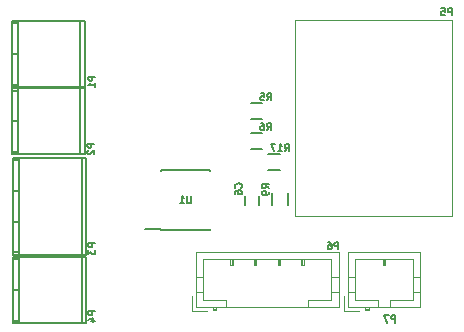
<source format=gbo>
G04 #@! TF.FileFunction,Legend,Bot*
%FSLAX46Y46*%
G04 Gerber Fmt 4.6, Leading zero omitted, Abs format (unit mm)*
G04 Created by KiCad (PCBNEW 4.0.4-1.fc24-product) date Thu Mar  1 09:38:40 2018*
%MOMM*%
%LPD*%
G01*
G04 APERTURE LIST*
%ADD10C,0.100000*%
%ADD11C,0.150000*%
%ADD12C,0.120000*%
G04 APERTURE END LIST*
D10*
D11*
X147000000Y-90975000D02*
X148000000Y-90975000D01*
X148000000Y-89625000D02*
X147000000Y-89625000D01*
X146200000Y-93900000D02*
X146200000Y-93200000D01*
X145000000Y-93200000D02*
X145000000Y-93900000D01*
X147325000Y-92900000D02*
X147325000Y-93900000D01*
X148675000Y-93900000D02*
X148675000Y-92900000D01*
X137925000Y-96075000D02*
X137925000Y-95930000D01*
X142075000Y-96075000D02*
X142075000Y-95930000D01*
X142075000Y-90925000D02*
X142075000Y-91070000D01*
X137925000Y-90925000D02*
X137925000Y-91070000D01*
X137925000Y-96075000D02*
X142075000Y-96075000D01*
X137925000Y-90925000D02*
X142075000Y-90925000D01*
X137925000Y-95930000D02*
X136525000Y-95930000D01*
D12*
X162600000Y-94860000D02*
X162600000Y-78240000D01*
X149290000Y-94860000D02*
X149290000Y-78240000D01*
X162600000Y-94860000D02*
X149290000Y-94860000D01*
X162600000Y-78240000D02*
X149290000Y-78240000D01*
X153750000Y-102600000D02*
X153750000Y-97900000D01*
X153750000Y-97900000D02*
X159850000Y-97900000D01*
X159850000Y-97900000D02*
X159850000Y-102600000D01*
X159850000Y-102600000D02*
X153750000Y-102600000D01*
X156300000Y-102600000D02*
X156300000Y-102000000D01*
X156300000Y-102000000D02*
X154350000Y-102000000D01*
X154350000Y-102000000D02*
X154350000Y-98500000D01*
X154350000Y-98500000D02*
X159250000Y-98500000D01*
X159250000Y-98500000D02*
X159250000Y-102000000D01*
X159250000Y-102000000D02*
X157300000Y-102000000D01*
X157300000Y-102000000D02*
X157300000Y-102600000D01*
X153750000Y-101300000D02*
X154350000Y-101300000D01*
X153750000Y-100000000D02*
X154350000Y-100000000D01*
X159850000Y-101300000D02*
X159250000Y-101300000D01*
X159850000Y-100000000D02*
X159250000Y-100000000D01*
X155500000Y-102600000D02*
X155500000Y-102800000D01*
X155500000Y-102800000D02*
X155200000Y-102800000D01*
X155200000Y-102800000D02*
X155200000Y-102600000D01*
X155500000Y-102700000D02*
X155200000Y-102700000D01*
X156700000Y-98500000D02*
X156700000Y-99000000D01*
X156700000Y-99000000D02*
X156900000Y-99000000D01*
X156900000Y-99000000D02*
X156900000Y-98500000D01*
X156800000Y-98500000D02*
X156800000Y-99000000D01*
X154700000Y-102900000D02*
X153450000Y-102900000D01*
X153450000Y-102900000D02*
X153450000Y-101650000D01*
X140850000Y-102600000D02*
X140850000Y-97900000D01*
X140850000Y-97900000D02*
X152950000Y-97900000D01*
X152950000Y-97900000D02*
X152950000Y-102600000D01*
X152950000Y-102600000D02*
X140850000Y-102600000D01*
X143400000Y-102600000D02*
X143400000Y-102000000D01*
X143400000Y-102000000D02*
X141450000Y-102000000D01*
X141450000Y-102000000D02*
X141450000Y-98500000D01*
X141450000Y-98500000D02*
X152350000Y-98500000D01*
X152350000Y-98500000D02*
X152350000Y-102000000D01*
X152350000Y-102000000D02*
X150400000Y-102000000D01*
X150400000Y-102000000D02*
X150400000Y-102600000D01*
X140850000Y-101300000D02*
X141450000Y-101300000D01*
X140850000Y-100000000D02*
X141450000Y-100000000D01*
X152950000Y-101300000D02*
X152350000Y-101300000D01*
X152950000Y-100000000D02*
X152350000Y-100000000D01*
X142600000Y-102600000D02*
X142600000Y-102800000D01*
X142600000Y-102800000D02*
X142300000Y-102800000D01*
X142300000Y-102800000D02*
X142300000Y-102600000D01*
X142600000Y-102700000D02*
X142300000Y-102700000D01*
X143800000Y-98500000D02*
X143800000Y-99000000D01*
X143800000Y-99000000D02*
X144000000Y-99000000D01*
X144000000Y-99000000D02*
X144000000Y-98500000D01*
X143900000Y-98500000D02*
X143900000Y-99000000D01*
X145800000Y-98500000D02*
X145800000Y-99000000D01*
X145800000Y-99000000D02*
X146000000Y-99000000D01*
X146000000Y-99000000D02*
X146000000Y-98500000D01*
X145900000Y-98500000D02*
X145900000Y-99000000D01*
X147800000Y-98500000D02*
X147800000Y-99000000D01*
X147800000Y-99000000D02*
X148000000Y-99000000D01*
X148000000Y-99000000D02*
X148000000Y-98500000D01*
X147900000Y-98500000D02*
X147900000Y-99000000D01*
X149800000Y-98500000D02*
X149800000Y-99000000D01*
X149800000Y-99000000D02*
X150000000Y-99000000D01*
X150000000Y-99000000D02*
X150000000Y-98500000D01*
X149900000Y-98500000D02*
X149900000Y-99000000D01*
X141800000Y-102900000D02*
X140550000Y-102900000D01*
X140550000Y-102900000D02*
X140550000Y-101650000D01*
D11*
X125804064Y-84044764D02*
X125804064Y-89642924D01*
X125306224Y-89444804D02*
X125804064Y-89444804D01*
X125804064Y-84242884D02*
X125306224Y-84242884D01*
X125306224Y-86843844D02*
X125804064Y-86843844D01*
X131105044Y-89642924D02*
X131105044Y-84044764D01*
X125306224Y-89642924D02*
X125306224Y-84044764D01*
X125306224Y-84044764D02*
X131503824Y-84044764D01*
X131503824Y-84044764D02*
X131503824Y-89642924D01*
X131503824Y-89642924D02*
X125306224Y-89642924D01*
X131598800Y-89940440D02*
X131598800Y-98139560D01*
X131200020Y-89940440D02*
X131200020Y-98139560D01*
X125899040Y-89940440D02*
X125899040Y-98139560D01*
X125401200Y-98139560D02*
X125401200Y-89940440D01*
X125899040Y-92739520D02*
X125401200Y-92739520D01*
X125401200Y-97938900D02*
X125899040Y-97938900D01*
X125899040Y-90138560D02*
X125401200Y-90138560D01*
X125401200Y-95337940D02*
X125899040Y-95337940D01*
X125401200Y-89940440D02*
X131598800Y-89940440D01*
X131598800Y-98137020D02*
X125401200Y-98137020D01*
X125799040Y-78330920D02*
X125799040Y-83929080D01*
X125301200Y-83730960D02*
X125799040Y-83730960D01*
X125799040Y-78529040D02*
X125301200Y-78529040D01*
X125301200Y-81130000D02*
X125799040Y-81130000D01*
X131100020Y-83929080D02*
X131100020Y-78330920D01*
X125301200Y-83929080D02*
X125301200Y-78330920D01*
X125301200Y-78330920D02*
X131498800Y-78330920D01*
X131498800Y-78330920D02*
X131498800Y-83929080D01*
X131498800Y-83929080D02*
X125301200Y-83929080D01*
X125899040Y-98330920D02*
X125899040Y-103929080D01*
X125401200Y-103730960D02*
X125899040Y-103730960D01*
X125899040Y-98529040D02*
X125401200Y-98529040D01*
X125401200Y-101130000D02*
X125899040Y-101130000D01*
X131200020Y-103929080D02*
X131200020Y-98330920D01*
X125401200Y-103929080D02*
X125401200Y-98330920D01*
X125401200Y-98330920D02*
X131598800Y-98330920D01*
X131598800Y-98330920D02*
X131598800Y-103929080D01*
X131598800Y-103929080D02*
X125401200Y-103929080D01*
X146500000Y-85325000D02*
X145500000Y-85325000D01*
X145500000Y-86675000D02*
X146500000Y-86675000D01*
X146500000Y-87825000D02*
X145500000Y-87825000D01*
X145500000Y-89175000D02*
X146500000Y-89175000D01*
X148385715Y-89371429D02*
X148585715Y-89085714D01*
X148728572Y-89371429D02*
X148728572Y-88771429D01*
X148500000Y-88771429D01*
X148442858Y-88800000D01*
X148414286Y-88828571D01*
X148385715Y-88885714D01*
X148385715Y-88971429D01*
X148414286Y-89028571D01*
X148442858Y-89057143D01*
X148500000Y-89085714D01*
X148728572Y-89085714D01*
X147814286Y-89371429D02*
X148157143Y-89371429D01*
X147985715Y-89371429D02*
X147985715Y-88771429D01*
X148042858Y-88857143D01*
X148100000Y-88914286D01*
X148157143Y-88942857D01*
X147614286Y-88771429D02*
X147214286Y-88771429D01*
X147471429Y-89371429D01*
X144714286Y-92450000D02*
X144742857Y-92421429D01*
X144771429Y-92335715D01*
X144771429Y-92278572D01*
X144742857Y-92192857D01*
X144685714Y-92135715D01*
X144628571Y-92107143D01*
X144514286Y-92078572D01*
X144428571Y-92078572D01*
X144314286Y-92107143D01*
X144257143Y-92135715D01*
X144200000Y-92192857D01*
X144171429Y-92278572D01*
X144171429Y-92335715D01*
X144200000Y-92421429D01*
X144228571Y-92450000D01*
X144171429Y-92964286D02*
X144171429Y-92850000D01*
X144200000Y-92792857D01*
X144228571Y-92764286D01*
X144314286Y-92707143D01*
X144428571Y-92678572D01*
X144657143Y-92678572D01*
X144714286Y-92707143D01*
X144742857Y-92735715D01*
X144771429Y-92792857D01*
X144771429Y-92907143D01*
X144742857Y-92964286D01*
X144714286Y-92992857D01*
X144657143Y-93021429D01*
X144514286Y-93021429D01*
X144457143Y-92992857D01*
X144428571Y-92964286D01*
X144400000Y-92907143D01*
X144400000Y-92792857D01*
X144428571Y-92735715D01*
X144457143Y-92707143D01*
X144514286Y-92678572D01*
X147071429Y-92500000D02*
X146785714Y-92300000D01*
X147071429Y-92157143D02*
X146471429Y-92157143D01*
X146471429Y-92385715D01*
X146500000Y-92442857D01*
X146528571Y-92471429D01*
X146585714Y-92500000D01*
X146671429Y-92500000D01*
X146728571Y-92471429D01*
X146757143Y-92442857D01*
X146785714Y-92385715D01*
X146785714Y-92157143D01*
X147071429Y-92785715D02*
X147071429Y-92900000D01*
X147042857Y-92957143D01*
X147014286Y-92985715D01*
X146928571Y-93042857D01*
X146814286Y-93071429D01*
X146585714Y-93071429D01*
X146528571Y-93042857D01*
X146500000Y-93014286D01*
X146471429Y-92957143D01*
X146471429Y-92842857D01*
X146500000Y-92785715D01*
X146528571Y-92757143D01*
X146585714Y-92728572D01*
X146728571Y-92728572D01*
X146785714Y-92757143D01*
X146814286Y-92785715D01*
X146842857Y-92842857D01*
X146842857Y-92957143D01*
X146814286Y-93014286D01*
X146785714Y-93042857D01*
X146728571Y-93071429D01*
X140457143Y-93171429D02*
X140457143Y-93657143D01*
X140428571Y-93714286D01*
X140400000Y-93742857D01*
X140342857Y-93771429D01*
X140228571Y-93771429D01*
X140171429Y-93742857D01*
X140142857Y-93714286D01*
X140114286Y-93657143D01*
X140114286Y-93171429D01*
X139514286Y-93771429D02*
X139857143Y-93771429D01*
X139685715Y-93771429D02*
X139685715Y-93171429D01*
X139742858Y-93257143D01*
X139800000Y-93314286D01*
X139857143Y-93342857D01*
X162542857Y-77871429D02*
X162542857Y-77271429D01*
X162314285Y-77271429D01*
X162257143Y-77300000D01*
X162228571Y-77328571D01*
X162200000Y-77385714D01*
X162200000Y-77471429D01*
X162228571Y-77528571D01*
X162257143Y-77557143D01*
X162314285Y-77585714D01*
X162542857Y-77585714D01*
X161657143Y-77271429D02*
X161942857Y-77271429D01*
X161971428Y-77557143D01*
X161942857Y-77528571D01*
X161885714Y-77500000D01*
X161742857Y-77500000D01*
X161685714Y-77528571D01*
X161657143Y-77557143D01*
X161628571Y-77614286D01*
X161628571Y-77757143D01*
X161657143Y-77814286D01*
X161685714Y-77842857D01*
X161742857Y-77871429D01*
X161885714Y-77871429D01*
X161942857Y-77842857D01*
X161971428Y-77814286D01*
X157742857Y-103871429D02*
X157742857Y-103271429D01*
X157514285Y-103271429D01*
X157457143Y-103300000D01*
X157428571Y-103328571D01*
X157400000Y-103385714D01*
X157400000Y-103471429D01*
X157428571Y-103528571D01*
X157457143Y-103557143D01*
X157514285Y-103585714D01*
X157742857Y-103585714D01*
X157200000Y-103271429D02*
X156800000Y-103271429D01*
X157057143Y-103871429D01*
X152942857Y-97671429D02*
X152942857Y-97071429D01*
X152714285Y-97071429D01*
X152657143Y-97100000D01*
X152628571Y-97128571D01*
X152600000Y-97185714D01*
X152600000Y-97271429D01*
X152628571Y-97328571D01*
X152657143Y-97357143D01*
X152714285Y-97385714D01*
X152942857Y-97385714D01*
X152085714Y-97071429D02*
X152200000Y-97071429D01*
X152257143Y-97100000D01*
X152285714Y-97128571D01*
X152342857Y-97214286D01*
X152371428Y-97328571D01*
X152371428Y-97557143D01*
X152342857Y-97614286D01*
X152314285Y-97642857D01*
X152257143Y-97671429D01*
X152142857Y-97671429D01*
X152085714Y-97642857D01*
X152057143Y-97614286D01*
X152028571Y-97557143D01*
X152028571Y-97414286D01*
X152057143Y-97357143D01*
X152085714Y-97328571D01*
X152142857Y-97300000D01*
X152257143Y-97300000D01*
X152314285Y-97328571D01*
X152342857Y-97357143D01*
X152371428Y-97414286D01*
X132276453Y-88730987D02*
X131676453Y-88730987D01*
X131676453Y-88959559D01*
X131705024Y-89016701D01*
X131733595Y-89045273D01*
X131790738Y-89073844D01*
X131876453Y-89073844D01*
X131933595Y-89045273D01*
X131962167Y-89016701D01*
X131990738Y-88959559D01*
X131990738Y-88730987D01*
X131733595Y-89302416D02*
X131705024Y-89330987D01*
X131676453Y-89388130D01*
X131676453Y-89530987D01*
X131705024Y-89588130D01*
X131733595Y-89616701D01*
X131790738Y-89645273D01*
X131847881Y-89645273D01*
X131933595Y-89616701D01*
X132276453Y-89273844D01*
X132276453Y-89645273D01*
X132371429Y-97157143D02*
X131771429Y-97157143D01*
X131771429Y-97385715D01*
X131800000Y-97442857D01*
X131828571Y-97471429D01*
X131885714Y-97500000D01*
X131971429Y-97500000D01*
X132028571Y-97471429D01*
X132057143Y-97442857D01*
X132085714Y-97385715D01*
X132085714Y-97157143D01*
X131771429Y-97700000D02*
X131771429Y-98071429D01*
X132000000Y-97871429D01*
X132000000Y-97957143D01*
X132028571Y-98014286D01*
X132057143Y-98042857D01*
X132114286Y-98071429D01*
X132257143Y-98071429D01*
X132314286Y-98042857D01*
X132342857Y-98014286D01*
X132371429Y-97957143D01*
X132371429Y-97785715D01*
X132342857Y-97728572D01*
X132314286Y-97700000D01*
X132366405Y-83043299D02*
X131766405Y-83043299D01*
X131766405Y-83271871D01*
X131794976Y-83329013D01*
X131823547Y-83357585D01*
X131880690Y-83386156D01*
X131966405Y-83386156D01*
X132023547Y-83357585D01*
X132052119Y-83329013D01*
X132080690Y-83271871D01*
X132080690Y-83043299D01*
X132366405Y-83957585D02*
X132366405Y-83614728D01*
X132366405Y-83786156D02*
X131766405Y-83786156D01*
X131852119Y-83729013D01*
X131909262Y-83671871D01*
X131937833Y-83614728D01*
X132371429Y-102917143D02*
X131771429Y-102917143D01*
X131771429Y-103145715D01*
X131800000Y-103202857D01*
X131828571Y-103231429D01*
X131885714Y-103260000D01*
X131971429Y-103260000D01*
X132028571Y-103231429D01*
X132057143Y-103202857D01*
X132085714Y-103145715D01*
X132085714Y-102917143D01*
X131971429Y-103774286D02*
X132371429Y-103774286D01*
X131742857Y-103631429D02*
X132171429Y-103488572D01*
X132171429Y-103860000D01*
X146900000Y-85071429D02*
X147100000Y-84785714D01*
X147242857Y-85071429D02*
X147242857Y-84471429D01*
X147014285Y-84471429D01*
X146957143Y-84500000D01*
X146928571Y-84528571D01*
X146900000Y-84585714D01*
X146900000Y-84671429D01*
X146928571Y-84728571D01*
X146957143Y-84757143D01*
X147014285Y-84785714D01*
X147242857Y-84785714D01*
X146357143Y-84471429D02*
X146642857Y-84471429D01*
X146671428Y-84757143D01*
X146642857Y-84728571D01*
X146585714Y-84700000D01*
X146442857Y-84700000D01*
X146385714Y-84728571D01*
X146357143Y-84757143D01*
X146328571Y-84814286D01*
X146328571Y-84957143D01*
X146357143Y-85014286D01*
X146385714Y-85042857D01*
X146442857Y-85071429D01*
X146585714Y-85071429D01*
X146642857Y-85042857D01*
X146671428Y-85014286D01*
X146900000Y-87571429D02*
X147100000Y-87285714D01*
X147242857Y-87571429D02*
X147242857Y-86971429D01*
X147014285Y-86971429D01*
X146957143Y-87000000D01*
X146928571Y-87028571D01*
X146900000Y-87085714D01*
X146900000Y-87171429D01*
X146928571Y-87228571D01*
X146957143Y-87257143D01*
X147014285Y-87285714D01*
X147242857Y-87285714D01*
X146385714Y-86971429D02*
X146500000Y-86971429D01*
X146557143Y-87000000D01*
X146585714Y-87028571D01*
X146642857Y-87114286D01*
X146671428Y-87228571D01*
X146671428Y-87457143D01*
X146642857Y-87514286D01*
X146614285Y-87542857D01*
X146557143Y-87571429D01*
X146442857Y-87571429D01*
X146385714Y-87542857D01*
X146357143Y-87514286D01*
X146328571Y-87457143D01*
X146328571Y-87314286D01*
X146357143Y-87257143D01*
X146385714Y-87228571D01*
X146442857Y-87200000D01*
X146557143Y-87200000D01*
X146614285Y-87228571D01*
X146642857Y-87257143D01*
X146671428Y-87314286D01*
M02*

</source>
